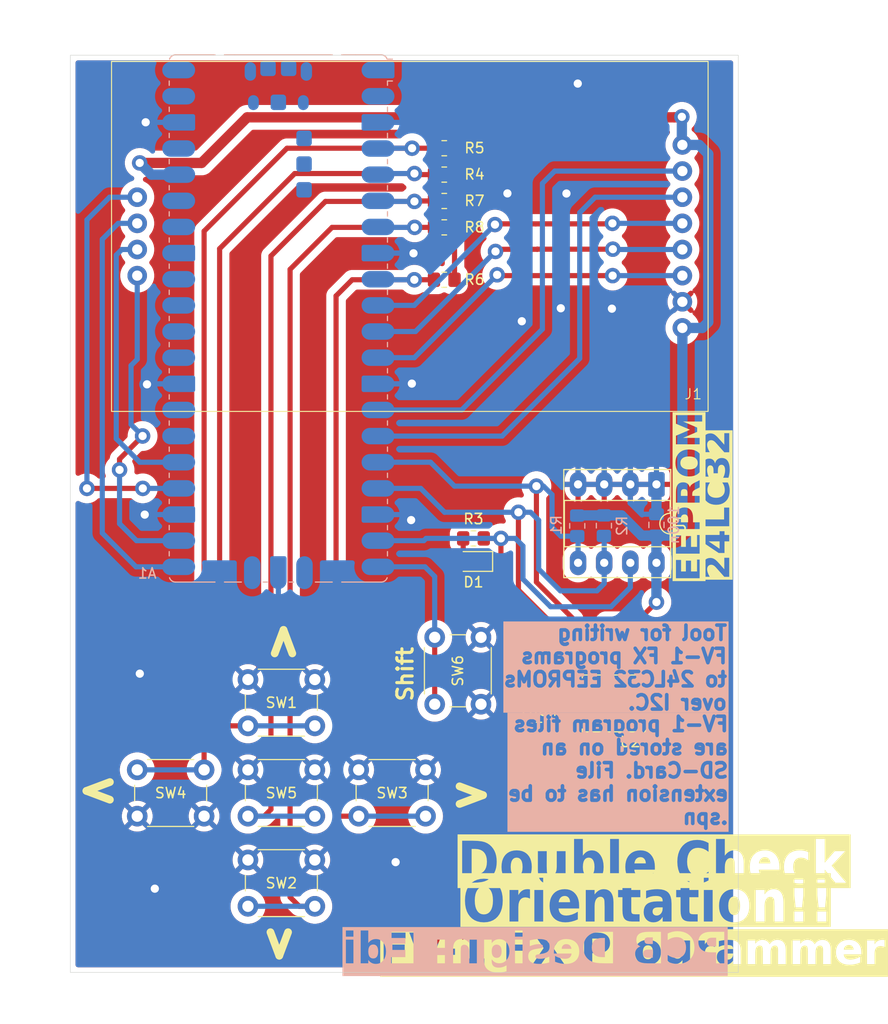
<source format=kicad_pcb>
(kicad_pcb (version 20241229) (generator "pcbnew") (generator_version "9.0")
  (layers (0 "F.Cu" signal) (2 "B.Cu" signal) (13 "F.Paste" user) (15 "B.Paste" user) (5 "F.SilkS" user "F.Silkscreen") (7 "B.SilkS" user "B.Silkscreen") (1 "F.Mask" user) (3 "B.Mask" user) (25 "Edge.Cuts" user))
  (net 0 "")
  (net 1 "/EEPROM_WP")
  (net 2 "/EEPROM_SDA")
  (net 4 "GND")
  (net 5 "/EEPROM_SCL")
  (net 9 "/btn_up")
  (net 12 "/SD_MISO")
  (net 14 "/SD_MOSI")
  (net 19 "/btn_right")
  (net 22 "/btn_select")
  (net 25 "/SD_SCK")
  (net 26 "/btn_down")
  (net 30 "+3V3")
  (net 31 "/btn_left")
  (net 34 "/TFT_A0")
  (net 35 "/SD_CS")
  (net 36 "/TFT_CS")
  (net 37 "/TFT_RST")
  (net 39 "/TFT_SCK")
  (net 40 "/TFT_MOSI")
  (net 42 "/btn_shift")
  (net 43 "Net-(D1-A)")
  (net 44 "/SPI_SCK")
  (footprint "Resistor_SMD:R_0805_2012Metric_Pad1.20x1.40mm_HandSolder" (layer "F.Cu") (at 180.1 29.76 180)
    (property "Reference" "R5")
    (property "Value" "4K7")
  )
  (footprint "Resistor_SMD:R_0805_2012Metric_Pad1.20x1.40mm_HandSolder" (layer "F.Cu") (at 180.1 37.45 180)
    (property "Reference" "R8")
    (property "Value" "4K7")
  )
  (footprint "Button_Switch_THT:SW_PUSH_6mm_H5mm" (layer "F.Cu") (at 179.17 83.78 90)
    (property "Reference" "SW6")
    (property "Value" "select")
  )
  (footprint "Button_Switch_THT:SW_PUSH_6mm_H5mm" (layer "F.Cu") (at 167.515 103.41 180)
    (property "Reference" "SW2")
    (property "Value" "Down")
  )
  (footprint "project_lib:TFT_with_SD" (layer "F.Cu") (at 205.75 55.33 180)
    (property "Reference" "J1")
    (property "Value" "TFT_SD")
  )
  (footprint "Package_DIP:DIP-8_W7.62mm_Socket_LongPads" (layer "F.Cu") (at 200.73 62.42 -90)
    (property "Reference" "U1")
    (property "Value" "24LC32")
  )
  (footprint "LED_SMD:LED_0805_2012Metric_Pad1.15x1.40mm_HandSolder" (layer "F.Cu") (at 182.94 69.91 180)
    (property "Reference" "D1")
    (property "Value" "LED")
  )
  (footprint "Resistor_SMD:R_0805_2012Metric_Pad1.20x1.40mm_HandSolder" (layer "F.Cu") (at 180.1 32.323333 180)
    (property "Reference" "R4")
    (property "Value" "4K7")
  )
  (footprint "Resistor_SMD:R_0805_2012Metric_Pad1.20x1.40mm_HandSolder" (layer "F.Cu") (at 180.1 34.886667 180)
    (property "Reference" "R7")
    (property "Value" "4K7")
  )
  (footprint "Allgemein:C_0805" (layer "F.Cu") (at 189.32 86.27)
    (property "Reference" "C2")
    (property "Value" "100n")
  )
  (footprint "Button_Switch_THT:SW_PUSH_6mm_H5mm" (layer "F.Cu") (at 156.75 94.655 180)
    (property "Reference" "SW4")
    (property "Value" "Left")
  )
  (footprint "Button_Switch_THT:SW_PUSH_6mm_H5mm" (layer "F.Cu") (at 178.28 94.655 180)
    (property "Reference" "SW3")
    (property "Value" "Right")
  )
  (footprint "Button_Switch_THT:SW_PUSH_6mm_H5mm" (layer "F.Cu") (at 167.515 85.88 180)
    (property "Reference" "SW1")
    (property "Value" "Up")
  )
  (footprint "Button_Switch_THT:SW_PUSH_6mm_H5mm" (layer "F.Cu") (at 167.515 94.655 180)
    (property "Reference" "SW5")
    (property "Value" "select")
  )
  (footprint "Resistor_SMD:R_0805_2012Metric_Pad1.20x1.40mm_HandSolder" (layer "F.Cu") (at 180.1 42.54 180)
    (property "Reference" "R6")
    (property "Value" "4K7")
  )
  (footprint "Resistor_SMD:R_0805_2012Metric_Pad1.20x1.40mm_HandSolder" (layer "F.Cu") (at 182.94 67.67 180)
    (property "Reference" "R3")
    (property "Value" "4K7")
  )
  (footprint "Package_SO:SOIC-8_5.3x5.3mm_P1.27mm" (layer "F.Cu") (at 196.28 83.7 180)
    (property "Reference" "U2")
    (property "Value" "24LC32")
  )
  (footprint "Allgemein:PCB_EDI_logo" (layer "B.Cu") (at 180.29 107.81 180)
    (property "Reference" "Ref**" (hide yes))
    (property "Value" "Val**" (hide yes))
  )
  (footprint "Resistor_SMD:R_0805_2012Metric_Pad1.20x1.40mm_HandSolder" (layer "B.Cu") (at 193.03 66.45 -90)
    (property "Reference" "R1")
    (property "Value" "4K7")
  )
  (footprint "Allgemein:C_0805" (layer "B.Cu") (at 200.73 66.3575 -90)
    (property "Reference" "C1")
    (property "Value" "100n")
  )
  (footprint "Resistor_SMD:R_0805_2012Metric_Pad1.20x1.40mm_HandSolder" (layer "B.Cu") (at 195.62 66.43 -90)
    (property "Reference" "R2")
    (property "Value" "4K7")
  )
  (footprint "Module:RaspberryPi_Pico_SMD" (layer "B.Cu") (at 163.97 46.3 180)
    (property "Reference" "A1")
    (property "Value" "RaspberryPi_Pico")
  )
  (gr_rect (start 143.75 20.72397) (end 208.69 109.84) (stroke (width 0.05)) (fill no) (layer "Edge.Cuts"))
  (gr_text ">" (at 164.265 107.07 270) (layer "F.SilkS") (effects (font (size 3 3) (thickness 0.75) (bold yes))))
  (gr_text "FV-1 FX Programmer" (at 173.82 109.54 0) (layer "F.SilkS" knockout) (effects (font (size 3 3) (thickness 0.3) (bold yes)) (justify left bottom)))
  (gr_text "Double Check" (at 181.39 101.8 0) (layer "F.SilkS" knockout) (effects (font (size 4 3.5) (thickness 0.3) (bold yes)) (justify left bottom)))
  (gr_text "24LC32" (at 208.23 71.678039 90) (layer "F.SilkS" knockout) (effects (font (size 2.5 2.5) (thickness 0.3) (bold yes)) (justify left bottom)))
  (gr_text "EEPROM" (at 205.6 71.86 90) (layer "F.SilkS" knockout) (effects (font (size 2.5 2.5) (thickness 0.3) (bold yes)) (justify left bottom)))
  (gr_text ">" (at 146.45 92.405 180) (layer "F.SilkS") (effects (font (size 3 3) (thickness 0.75) (bold yes))))
  (gr_text "Shift" (at 177.18 83.66 90) (layer "F.SilkS") (effects (font (size 1.5 1.5) (thickness 0.3) (bold yes)) (justify left bottom)))
  (gr_text "Orientation!!" (at 181.87 105.57 0) (layer "F.SilkS" knockout) (effects (font (size 4 3.5) (thickness 0.3) (bold yes)) (justify left bottom)))
  (gr_text ">" (at 164.265 77.7 90) (layer "F.SilkS") (effects (font (size 3 3) (thickness 0.75) (bold yes))))
  (gr_text ">" (at 182.73 92.405 0) (layer "F.SilkS") (effects (font (size 3 3) (thickness 0.75) (bold yes))))
  (gr_text "Tool for writing \nFV-1 FX programs \nto 24LC32 EEPROMs\nover I2C." (at 207.76 84.44 0) (layer "B.SilkS" knockout) (effects (font (size 1.4 1.4) (thickness 0.35) (bold yes)) (justify left bottom mirror)))
  (gr_text "FV-1 program files\nare stored on an \nSD-Card. File \nextension has to be\n.spn" (at 207.89 95.55 0) (layer "B.SilkS" knockout) (effects (font (size 1.4 1.4) (thickness 0.35) (bold yes)) (justify left bottom mirror)))
  (gr_text "PCB Design: Edi" (at 207.71 109.46 0) (layer "B.SilkS" knockout) (effects (font (size 3 3) (thickness 0.3) (bold yes)) (justify left bottom mirror)))
  (segment (start 185.61 67.6675) (end 183.9425 67.6675) (width 0.5) (layer "F.Cu") (net 1))
  (segment (start 185.61 74.11) (end 188.76 77.26) (width 0.5) (layer "F.Cu") (net 1))
  (segment (start 188.76 77.26) (end 188.76 83.36) (width 0.5) (layer "F.Cu") (net 1))
  (segment (start 185.61 67.6675) (end 185.61 74.11) (width 0.5) (layer "F.Cu") (net 1))
  (segment (start 188.76 83.36) (end 189.735 84.335) (width 0.5) (layer "F.Cu") (net 1))
  (segment (start 189.735 84.335) (end 192.6925 84.335) (width 0.5) (layer "F.Cu") (net 1))
  (segment (start 183.9425 67.6675) (end 183.94 67.67) (width 0.5) (layer "F.Cu") (net 1))
  (via (at 185.61 67.6675) (size 1.5) (drill 0.8) (layers "F.Cu" "B.Cu") (net 1))
  (segment (start 185.61 67.6675) (end 187.0075 67.6675) (width 0.5) (layer "B.Cu") (net 1))
  (segment (start 178.3325 67.6675) (end 178.11 67.89) (width 0.5) (layer "B.Cu") (net 1))
  (segment (start 198.19 72.43) (end 198.19 70.04) (width 0.5) (layer "B.Cu") (net 1))
  (segment (start 187.0075 67.6675) (end 187.75 68.41) (width 0.5) (layer "B.Cu") (net 1))
  (segment (start 196.31 74.31) (end 198.19 72.43) (width 0.5) (layer "B.Cu") (net 1))
  (segment (start 185.61 67.6675) (end 178.3325 67.6675) (width 0.5) (layer "B.Cu") (net 1))
  (segment (start 187.75 68.41) (end 187.75 71.62) (width 0.5) (layer "B.Cu") (net 1))
  (segment (start 178.11 67.89) (end 173.66 67.89) (width 0.5) (layer "B.Cu") (net 1))
  (segment (start 190.44 74.31) (end 196.31 74.31) (width 0.5) (layer "B.Cu") (net 1))
  (segment (start 173.88 67.67) (end 173.66 67.89) (width 0.5) (layer "B.Cu") (net 1))
  (segment (start 187.75 71.62) (end 190.44 74.31) (width 0.5) (layer "B.Cu") (net 1))
  (segment (start 192.6925 75.5425) (end 189.06 71.91) (width 0.5) (layer "F.Cu") (net 2))
  (segment (start 189.06 71.91) (end 189.06 62.59) (width 0.5) (layer "F.Cu") (net 2))
  (segment (start 192.6925 81.795) (end 192.6925 75.5425) (width 0.5) (layer "F.Cu") (net 2))
  (via (at 189.06 62.59) (size 1.5) (drill 0.8) (layers "F.Cu" "B.Cu") (net 2))
  (segment (start 193.11 70.04) (end 193.11 67.53) (width 0.5) (layer "B.Cu") (net 2))
  (segment (start 189.75 62.59) (end 190.58 63.42) (width 0.5) (layer "B.Cu") (net 2))
  (segment (start 189.06 62.59) (end 189.75 62.59) (width 0.5) (layer "B.Cu") (net 2))
  (segment (start 190.58 66.59) (end 191.44 67.45) (width 0.5) (layer "B.Cu") (net 2))
  (segment (start 191.44 67.45) (end 193.03 67.45) (width 0.5) (layer "B.Cu") (net 2))
  (segment (start 190.58 63.42) (end 190.58 66.59) (width 0.5) (layer "B.Cu") (net 2))
  (segment (start 181.09 62.59) (end 189.06 62.59) (width 0.5) (layer "B.Cu") (net 2))
  (segment (start 178.77 60.27) (end 173.66 60.27) (width 0.5) (layer "B.Cu") (net 2))
  (segment (start 181.09 62.59) (end 178.77 60.27) (width 0.5) (layer "B.Cu") (net 2))
  (segment (start 193.11 67.53) (end 193.03 67.45) (width 0.5) (layer "B.Cu") (net 2))
  (via (at 186.24 34.15) (size 1.5) (drill 0.8) (layers "F.Cu" "B.Cu") (net 4))
  (via (at 196.4 45.35) (size 1.5) (drill 0.8) (layers "F.Cu" "B.Cu") (net 4))
  (via (at 151.2 52.7) (size 1.5) (drill 0.8) (layers "F.Cu" "B.Cu") (net 4))
  (via (at 176.95 52.63) (size 1.5) (drill 0.8) (layers "F.Cu" "B.Cu") (net 4))
  (via (at 150.98 65.36) (size 1.5) (drill 0.8) (layers "F.Cu" "B.Cu") (net 4))
  (via (at 150.5 80.81) (size 1.5) (drill 0.8) (layers "F.Cu" "B.Cu") (net 4))
  (via (at 176.88 65.89) (size 1.5) (drill 0.8) (layers "F.Cu" "B.Cu") (net 4))
  (via (at 191.98 34.16) (size 1.5) (drill 0.8) (layers "F.Cu" "B.Cu") (net 4))
  (via (at 187.64 46.57) (size 1.5) (drill 0.8) (layers "F.Cu" "B.Cu") (net 4))
  (via (at 193.08 23.48) (size 1.5) (drill 0.8) (layers "F.Cu" "B.Cu") (net 4))
  (via (at 151.96 101.7) (size 1.5) (drill 0.8) (layers "F.Cu" "B.Cu") (net 4))
  (via (at 151.07 27.24) (size 1.5) (drill 0.8) (layers "F.Cu" "B.Cu") (net 4))
  (via (at 175.37 99.12) (size 1.5) (drill 0.8) (layers "F.Cu" "B.Cu") (net 4))
  (via (at 177.11 39.97) (size 1.5) (drill 0.8) (layers "F.Cu" "B.Cu") (net 4))
  (via (at 191.43 45.31) (size 1.5) (drill 0.8) (layers "F.Cu" "B.Cu") (net 4))
  (segment (start 150.99 65.35) (end 150.98 65.36) (width 0.5) (layer "B.Cu") (net 4))
  (segment (start 154.28 52.65) (end 151.25 52.65) (width 0.5) (layer "B.Cu") (net 4))
  (segment (start 177.09 39.95) (end 177.11 39.97) (width 0.5) (layer "B.Cu") (net 4))
  (segment (start 151.08 27.25) (end 151.07 27.24) (width 0.5) (layer "B.Cu") (net 4))
  (segment (start 200.73 65.32) (end 200.73 62.42) (width 1) (layer "B.Cu") (net 4))
  (segment (start 163.97 74.63) (end 167.28 77.94) (width 0.5) (layer "B.Cu") (net 4))
  (segment (start 154.28 65.35) (end 150.99 65.35) (width 0.5) (layer "B.Cu") (net 4))
  (segment (start 173.66 39.95) (end 177.09 39.95) (width 0.5) (layer "B.Cu") (net 4))
  (segment (start 176.34 65.35) (end 176.88 65.89) (width 0.5) (layer "B.Cu") (net 4))
  (segment (start 176.93 52.65) (end 176.95 52.63) (width 0.5) (layer "B.Cu") (net 4))
  (segment (start 151.25 52.65) (end 151.2 52.7) (width 0.5) (layer "B.Cu") (net 4))
  (segment (start 173.66 52.65) (end 176.93 52.65) (width 0.5) (layer "B.Cu") (net 4))
  (segment (start 163.97 70.2) (end 163.97 74.63) (width 0.5) (layer "B.Cu") (net 4))
  (segment (start 173.66 65.35) (end 176.34 65.35) (width 0.5) (layer "B.Cu") (net 4))
  (segment (start 154.28 27.25) (end 151.08 27.25) (width 0.5) (layer "B.Cu") (net 4))
  (segment (start 190.49 82.63) (end 190.49 75.87) (width 0.5) (layer "F.Cu") (net 5))
  (segment (start 190.49 75.87) (end 187.31 72.69) (width 0.5) (layer "F.Cu") (net 5))
  (segment (start 187.31 72.69) (end 187.31 65.13) (width 0.5) (layer "F.Cu") (net 5))
  (segment (start 192.6925 83.065) (end 190.925 83.065) (width 0.5) (layer "F.Cu") (net 5))
  (segment (start 190.925 83.065) (end 190.49 82.63) (width 0.5) (layer "F.Cu") (net 5))
  (via (at 187.31 65.13) (size 1.5) (drill 0.8) (layers "F.Cu" "B.Cu") (net 5))
  (segment (start 195.65 67.46) (end 195.62 67.43) (width 0.5) (layer "B.Cu") (net 5))
  (segment (start 195.65 70.04) (end 195.65 67.46) (width 0.5) (layer "B.Cu") (net 5))
  (segment (start 189.28 70.65) (end 191.39 72.76) (width 0.5) (layer "B.Cu") (net 5))
  (segment (start 177.81 62.81) (end 173.66 62.81) (width 0.5) (layer "B.Cu") (net 5))
  (segment (start 191.39 72.76) (end 194.95 72.76) (width 0.5) (layer "B.Cu") (net 5))
  (segment (start 188.5 65.13) (end 189.28 65.91) (width 0.5) (layer "B.Cu") (net 5))
  (segment (start 180.13 65.13) (end 177.81 62.81) (width 0.5) (layer "B.Cu") (net 5))
  (segment (start 180.13 65.13) (end 187.31 65.13) (width 0.5) (layer "B.Cu") (net 5))
  (segment (start 195.65 72.06) (end 195.65 70.04) (width 0.5) (layer "B.Cu") (net 5))
  (segment (start 194.95 72.76) (end 195.65 72.06) (width 0.5) (layer "B.Cu") (net 5))
  (segment (start 187.31 65.13) (end 188.5 65.13) (width 0.5) (layer "B.Cu") (net 5))
  (segment (start 189.28 65.91) (end 189.28 70.65) (width 0.5) (layer "B.Cu") (net 5))
  (segment (start 177.303333 32.323333) (end 177.2 32.22) (width 0.5) (layer "F.Cu") (net 9))
  (segment (start 179.1 32.323333) (end 177.303333 32.323333) (width 0.5) (layer "F.Cu") (net 9))
  (segment (start 159.29 85.88) (end 158.26 84.85) (width 0.5) (layer "F.Cu") (net 9))
  (segment (start 165.56 32.22) (end 177.2 32.22) (width 0.5) (layer "F.Cu") (net 9))
  (segment (start 158.26 84.85) (end 158.26 39.52) (width 0.5) (layer "F.Cu") (net 9))
  (segment (start 158.26 39.52) (end 165.56 32.22) (width 0.5) (layer "F.Cu") (net 9))
  (segment (start 160.78 85.88) (end 159.29 85.88) (width 0.5) (layer "F.Cu") (net 9))
  (via (at 177.2 32.22) (size 1.5) (drill 0.8) (layers "F.Cu" "B.Cu") (net 9))
  (segment (start 173.77 32.22) (end 173.66 32.33) (width 0.5) (layer "B.Cu") (net 9))
  (segment (start 177.2 32.22) (end 173.77 32.22) (width 0.5) (layer "B.Cu") (net 9))
  (segment (start 161.015 85.88) (end 167.515 85.88) (width 0.5) (layer "B.Cu") (net 9))
  (segment (start 146.85 38.61) (end 148.4 37.06) (width 0.5) (layer "B.Cu") (net 12))
  (segment (start 146.85 67.15) (end 146.85 38.61) (width 0.5) (layer "B.Cu") (net 12))
  (segment (start 148.4 37.06) (end 150.25 37.06) (width 0.5) (layer "B.Cu") (net 12))
  (segment (start 150.13 70.43) (end 146.85 67.15) (width 0.5) (layer "B.Cu") (net 12))
  (segment (start 154.28 70.43) (end 150.13 70.43) (width 0.5) (layer "B.Cu") (net 12))
  (segment (start 150.5 60.27) (end 154.28 60.27) (width 0.5) (layer "B.Cu") (net 14))
  (segment (start 148.21 57.98) (end 150.5 60.27) (width 0.5) (layer "B.Cu") (net 14))
  (segment (start 148.21 40.14) (end 148.21 57.98) (width 0.5) (layer "B.Cu") (net 14))
  (segment (start 150.25 39.6) (end 148.75 39.6) (width 0.5) (layer "B.Cu") (net 14))
  (segment (start 148.75 39.6) (end 148.21 40.14) (width 0.5) (layer "B.Cu") (net 14))
  (segment (start 171.78 94.655) (end 169.975 94.655) (width 0.5) (layer "F.Cu") (net 19))
  (segment (start 169.975 94.655) (end 169.58 94.26) (width 0.5) (layer "F.Cu") (net 19))
  (segment (start 169.58 44.11) (end 171.15 42.54) (width 0.5) (layer "F.Cu") (net 19))
  (segment (start 171.15 42.54) (end 177.19 42.54) (width 0.5) (layer "F.Cu") (net 19))
  (segment (start 179.1 42.54) (end 177.19 42.54) (width 0.5) (layer "F.Cu") (net 19))
  (segment (start 169.58 94.26) (end 169.58 44.11) (width 0.5) (layer "F.Cu") (net 19))
  (via (at 177.19 42.54) (size 1.5) (drill 0.8) (layers "F.Cu" "B.Cu") (net 19))
  (segment (start 171.78 94.655) (end 178.28 94.655) (width 0.5) (layer "B.Cu") (net 19))
  (segment (start 173.71 42.54) (end 173.66 42.49) (width 0.5) (layer "B.Cu") (net 19))
  (segment (start 177.19 42.54) (end 173.71 42.54) (width 0.5) (layer "B.Cu") (net 19))
  (segment (start 163.25 94) (end 163.25 40.23) (width 0.5) (layer "F.Cu") (net 22))
  (segment (start 161.015 94.655) (end 162.595 94.655) (width 0.5) (layer "F.Cu") (net 22))
  (segment (start 168.55 34.93) (end 177.2 34.93) (width 0.5) (layer "F.Cu") (net 22))
  (segment (start 162.595 94.655) (end 163.25 94) (width 0.5) (layer "F.Cu") (net 22))
  (segment (start 163.25 40.23) (end 168.55 34.93) (width 0.5) (layer "F.Cu") (net 22))
  (segment (start 179.1 34.886667) (end 177.243333 34.886667) (width 0.5) (layer "F.Cu") (net 22))
  (segment (start 177.243333 34.886667) (end 177.2 34.93) (width 0.5) (layer "F.Cu") (net 22))
  (via (at 177.2 34.93) (size 1.5) (drill 0.8) (layers "F.Cu" "B.Cu") (net 22))
  (segment (start 177.2 34.93) (end 173.72 34.93) (width 0.5) (layer "B.Cu") (net 22))
  (segment (start 161.015 94.655) (end 167.515 94.655) (width 0.5) (layer "B.Cu") (net 22))
  (segment (start 173.72 34.93) (end 173.66 34.87) (width 0.5) (layer "B.Cu") (net 22))
  (segment (start 145.36 62.81) (end 150.79 62.81) (width 0.5) (layer "F.Cu") (net 25))
  (via (at 145.36 62.81) (size 1.5) (drill 0.8) (layers "F.Cu" "B.Cu") (net 25))
  (via (at 150.79 62.81) (size 1.5) (drill 0.8) (layers "F.Cu" "B.Cu") (net 25))
  (segment (start 145.36 62.81) (end 145.36 36.72) (width 0.5) (layer "B.Cu") (net 25))
  (segment (start 147.56 34.52) (end 150.25 34.52) (width 0.5) (layer "B.Cu") (net 25))
  (segment (start 145.36 36.72) (end 147.56 34.52) (width 0.5) (layer "B.Cu") (net 25))
  (segment (start 150.79 62.81) (end 154.28 62.81) (width 0.5) (layer "B.Cu") (net 25))
  (segment (start 169.19 37.45) (end 177.22 37.45) (width 0.5) (layer "F.Cu") (net 26))
  (segment (start 165.11 102.52) (end 165.11 41.53) (width 0.5) (layer "F.Cu") (net 26))
  (segment (start 166 103.41) (end 165.11 102.52) (width 0.5) (layer "F.Cu") (net 26))
  (segment (start 165.11 41.53) (end 169.19 37.45) (width 0.5) (layer "F.Cu") (net 26))
  (segment (start 167.515 103.41) (end 166 103.41) (width 0.5) (layer "F.Cu") (net 26))
  (segment (start 179.1 37.45) (end 177.22 37.45) (width 0.5) (layer "F.Cu") (net 26))
  (via (at 177.22 37.45) (size 1.5) (drill 0.8) (layers "F.Cu" "B.Cu") (net 26))
  (segment (start 167.515 103.41) (end 161.015 103.41) (width 0.5) (layer "B.Cu") (net 26))
  (segment (start 173.7 37.45) (end 173.66 37.41) (width 0.5) (layer "B.Cu") (net 26))
  (segment (start 177.22 37.45) (end 173.7 37.45) (width 0.5) (layer "B.Cu") (net 26))
  (segment (start 193.995 85.605) (end 192.6925 85.605) (width 0.5) (layer "F.Cu") (net 30))
  (segment (start 195.8 75.71) (end 194.62 76.89) (width 0.5) (layer "F.Cu") (net 30))
  (segment (start 181.1 42.54) (end 181.1 37.45) (width 0.5) (layer "F.Cu") (net 30))
  (segment (start 194.62 84.98) (end 193.995 85.605) (width 0.5) (layer "F.Cu") (net 30))
  (segment (start 194.62 76.89) (end 194.62 84.98) (width 0.5) (layer "F.Cu") (net 30))
  (segment (start 160.94 26.76) (end 181.19 26.76) (width 1) (layer "F.Cu") (net 30))
  (segment (start 156.51 31.19) (end 160.94 26.76) (width 1) (layer "F.Cu") (net 30))
  (segment (start 191.725 85.605) (end 191.06 86.27) (width 0.5) (layer "F.Cu") (net 30))
  (segment (start 200.73 73.86) (end 198.88 75.71) (width 0.5) (layer "F.Cu") (net 30))
  (segment (start 198.88 75.71) (end 195.8 75.71) (width 0.5) (layer "F.Cu") (net 30))
  (segment (start 181.1 29.76) (end 181.1 32.323333) (width 0.5) (layer "F.Cu") (net 30))
  (segment (start 192.6925 85.605) (end 191.725 85.605) (width 0.5) (layer "F.Cu") (net 30))
  (segment (start 191.06 86.27) (end 190.3575 86.27) (width 0.5) (layer "F.Cu") (net 30))
  (segment (start 181.19 26.76) (end 202.45 26.76) (width 1) (layer "F.Cu") (net 30))
  (segment (start 181.1 29.76) (end 181.1 26.85) (width 0.5) (layer "F.Cu") (net 30))
  (segment (start 202.45 26.76) (end 203.15 26.76) (width 1) (layer "F.Cu") (net 30))
  (segment (start 181.1 37.45) (end 181.1 34.886667) (width 0.5) (layer "F.Cu") (net 30))
  (segment (start 181.1 34.886667) (end 181.1 32.323333) (width 0.5) (layer "F.Cu") (net 30))
  (segment (start 181.1 26.85) (end 181.19 26.76) (width 0.5) (layer "F.Cu") (net 30))
  (segment (start 203.15 26.76) (end 203.2 26.71) (width 1) (layer "F.Cu") (net 30))
  (segment (start 150.49 31.19) (end 156.51 31.19) (width 1) (layer "F.Cu") (net 30))
  (via (at 150.49 31.19) (size 1.5) (drill 0.8) (layers "F.Cu" "B.Cu") (net 30))
  (via (at 203.2 26.71) (size 1.5) (drill 0.8) (layers "F.Cu" "B.Cu") (net 30))
  (via (at 200.73 73.86) (size 1.5) (drill 0.8) (layers "F.Cu" "B.Cu") (net 30))
  (segment (start 151.63 32.33) (end 150.49 31.19) (width 1) (layer "B.Cu") (net 30))
  (segment (start 205.77 46.64) (end 205.19 47.22) (width 1) (layer "B.Cu") (net 30))
  (segment (start 199.29 67.395) (end 197.325 65.43) (width 1) (layer "B.Cu") (net 30))
  (segment (start 200.73 67.395) (end 199.29 67.395) (width 1) (layer "B.Cu") (net 30))
  (segment (start 193.05 65.43) (end 193.03 65.45) (width 1) (layer "B.Cu") (net 30))
  (segment (start 203.25 66.53) (end 202.385 67.395) (width 1) (layer "B.Cu") (net 30))
  (segment (start 203.2 29.39) (end 203.25 29.44) (width 1) (layer "B.Cu") (net 30))
  (segment (start 195.62 65.43) (end 193.05 65.43) (width 1) (layer "B.Cu") (net 30))
  (segment (start 204.88 29.44) (end 205.77 30.33) (width 1) (layer "B.Cu") (net 30))
  (segment (start 202.385 67.395) (end 200.73 67.395) (width 1) (layer "B.Cu") (net 30))
  (segment (start 203.25 47.22) (end 203.25 66.53) (width 1) (layer "B.Cu") (net 30))
  (segment (start 205.77 30.33) (end 205.77 46.64) (width 1) (layer "B.Cu") (net 30))
  (segment (start 200.73 73.86) (end 200.73 70.04) (width 1) (layer "B.Cu") (net 30))
  (segment (start 197.325 65.43) (end 195.62 65.43) (width 1) (layer "B.Cu") (net 30))
  (segment (start 154.28 32.33) (end 151.63 32.33) (width 1) (layer "B.Cu") (net 30))
  (segment (start 203.2 26.71) (end 203.2 29.39) (width 1) (layer "B.Cu") (net 30))
  (segment (start 203.25 29.44) (end 204.88 29.44) (width 1) (layer "B.Cu") (net 30))
  (segment (start 200.73 67.395) (end 200.73 70.04) (width 1) (layer "B.Cu") (net 30))
  (segment (start 205.19 47.22) (end 203.25 47.22) (width 1) (layer "B.Cu") (net 30))
  (segment (start 176.97 29.76) (end 164.81 29.76) (width 0.5) (layer "F.Cu") (net 31))
  (segment (start 164.81 29.76) (end 156.75 37.82) (width 0.5) (layer "F.Cu") (net 31))
  (segment (start 156.75 90.155) (end 156.75 37.82) (width 0.5) (layer "F.Cu") (net 31))
  (segment (start 179.1 29.76) (end 176.97 29.76) (width 0.5) (layer "F.Cu") (net 31))
  (via (at 176.97 29.76) (size 1.5) (drill 0.8) (layers "F.Cu" "B.Cu") (net 31))
  (segment (start 173.69 29.76) (end 173.66 29.79) (width 0.5) (layer "B.Cu") (net 31))
  (segment (start 176.97 29.76) (end 173.69 29.76) (width 0.5) (layer "B.Cu") (net 31))
  (segment (start 150.25 90.155) (end 156.75 90.155) (width 0.5) (layer "B.Cu") (net 31))
  (segment (start 189 37.11) (end 196.4 37.11) (width 0.5) (layer "F.Cu") (net 34))
  (segment (start 196.4 37.11) (end 196.45 37.06) (width 0.5) (layer "F.Cu") (net 34))
  (segment (start 188.99 37.12) (end 189 37.11) (width 0.5) (layer "F.Cu") (net 34))
  (segment (start 188.98 37.12) (end 188.99 37.12) (width 0.5) (layer "F.Cu") (net 34))
  (segment (start 188.97 37.11) (end 188.98 37.12) (width 0.5) (layer "F.Cu") (net 34))
  (segment (start 185.03 37.18) (end 185.1 37.11) (width 0.5) (layer "F.Cu") (net 34))
  (segment (start 185.1 37.11) (end 188.97 37.11) (width 0.5) (layer "F.Cu") (net 34))
  (via (at 196.45 37.06) (size 1.5) (drill 0.8) (layers "F.Cu" "B.Cu") (net 34))
  (via (at 185.03 37.18) (size 1.5) (drill 0.8) (layers "F.Cu" "B.Cu") (net 34))
  (segment (start 177.18 45.03) (end 173.66 45.03) (width 0.5) (layer "B.Cu") (net 34))
  (segment (start 196.45 37.06) (end 203.25 37.06) (width 0.5) (layer "B.Cu") (net 34))
  (segment (start 185.03 37.18) (end 177.18 45.03) (width 0.5) (layer "B.Cu") (net 34))
  (segment (start 148.53 59.96) (end 150.77 57.72) (width 0.5) (layer "F.Cu") (net 35))
  (segment (start 148.53 61.01) (end 148.53 59.96) (width 0.5) (layer "F.Cu") (net 35))
  (via (at 150.77 57.72) (size 1.5) (drill 0.8) (layers "F.Cu" "B.Cu") (net 35))
  (via (at 148.53 61.01) (size 1.5) (drill 0.8) (layers "F.Cu" "B.Cu") (net 35))
  (segment (start 149.65 50.87) (end 150.25 50.27) (width 0.5) (layer "B.Cu") (net 35))
  (segment (start 154.28 67.89) (end 150.18 67.89) (width 0.5) (layer "B.Cu") (net 35))
  (segment (start 150.25 50.27) (end 150.25 42.14) (width 0.5) (layer "B.Cu") (net 35))
  (segment (start 149.65 56.6) (end 149.65 50.87) (width 0.5) (layer "B.Cu") (net 35))
  (segment (start 150.18 67.89) (end 149.25 66.96) (width 0.5) (layer "B.Cu") (net 35))
  (segment (start 150.77 57.72) (end 149.65 56.6) (width 0.5) (layer "B.Cu") (net 35))
  (segment (start 149.25 66.96) (end 148.53 66.24) (width 0.5) (layer "B.Cu") (net 35))
  (segment (start 148.53 66.24) (end 148.53 61.01) (width 0.5) (layer "B.Cu") (net 35))
  (segment (start 185.32 42.14) (end 196.47 42.14) (width 0.5) (layer "F.Cu") (net 36))
  (segment (start 185.24 42.06) (end 185.32 42.14) (width 0.5) (layer "F.Cu") (net 36))
  (via (at 185.24 42.06) (size 1.5) (drill 0.8) (layers "F.Cu" "B.Cu") (net 36))
  (via (at 196.47 42.14) (size 1.5) (drill 0.8) (layers "F.Cu" "B.Cu") (net 36))
  (segment (start 196.47 42.14) (end 203.25 42.14) (width 0.5) (layer "B.Cu") (net 36))
  (segment (start 185.24 42.06) (end 177.19 50.11) (width 0.5) (layer "B.Cu") (net 36))
  (segment (start 177.19 50.11) (end 173.66 50.11) (width 0.5) (layer "B.Cu") (net 36))
  (segment (start 189.15 39.57) (end 196.49 39.57) (width 0.5) (layer "F.Cu") (net 37))
  (segment (start 189.14 39.58) (end 189.15 39.57) (width 0.5) (layer "F.Cu") (net 37))
  (segment (start 185.08 39.79) (end 185.29 39.58) (width 0.5) (layer "F.Cu") (net 37))
  (segment (start 185.29 39.58) (end 189.14 39.58) (width 0.5) (layer "F.Cu") (net 37))
  (via (at 196.49 39.57) (size 1.5) (drill 0.8) (layers "F.Cu" "B.Cu") (net 37))
  (via (at 185.08 39.79) (size 1.5) (drill 0.8) (layers "F.Cu" "B.Cu") (net 37))
  (segment (start 196.99 39.6) (end 203.25 39.6) (width 0.5) (layer "B.Cu") (net 37))
  (segment (start 196.96 39.57) (end 196.99 39.6) (width 0.5) (layer "B.Cu") (net 37))
  (segment (start 185.08 39.79) (end 177.3 47.57) (width 0.5) (layer "B.Cu") (net 37))
  (segment (start 177.3 47.57) (end 173.66 47.57) (width 0.5) (layer "B.Cu") (net 37))
  (segment (start 196.49 39.57) (end 196.96 39.57) (width 0.5) (layer "B.Cu") (net 37))
  (segment (start 190.84 31.98) (end 203.25 31.98) (width 0.5) (layer "B.Cu") (net 39))
  (segment (start 181.79 55.19) (end 189.64 47.34) (width 0.5) (layer "B.Cu") (net 39))
  (segment (start 189.64 33.18) (end 190.84 31.98) (width 0.5) (layer "B.Cu") (net 39))
  (segment (start 173.66 55.19) (end 181.79 55.19) (width 0.5) (layer "B.Cu") (net 39))
  (segment (start 189.64 47.34) (end 189.64 33.18) (width 0.5) (layer "B.Cu") (net 39))
  (segment (start 173.66 57.73) (end 185.72 57.73) (width 0.5) (layer "B.Cu") (net 40))
  (segment (start 185.72 57.73) (end 193.27 50.18) (width 0.5) (layer "B.Cu") (net 40))
  (segment (start 194.77 34.52) (end 203.25 34.52) (width 0.5) (layer "B.Cu") (net 40))
  (segment (start 193.27 50.18) (end 193.27 36.02) (width 0.5) (layer "B.Cu") (net 40))
  (segment (start 193.27 36.02) (end 194.77 34.52) (width 0.5) (layer "B.Cu") (net 40))
  (segment (start 179.17 83.78) (end 179.17 77.28) (width 0.5) (layer "F.Cu") (net 42))
  (segment (start 179.17 71.37) (end 179.17 77.28) (width 0.5) (layer "B.Cu") (net 42))
  (segment (start 173.66 70.43) (end 178.23 70.43) (width 0.5) (layer "B.Cu") (net 42))
  (segment (start 178.23 70.43) (end 179.17 71.37) (width 0.5) (layer "B.Cu") (net 42))
  (segment (start 181.94 67.67) (end 181.94 69.885) (width 0.5) (layer "F.Cu") (net 43))
  (segment (start 181.94 69.885) (end 181.915 69.91) (width 0.5) (layer "F.Cu") (net 43))
  (zone (net 4) (net_name "GND") (layers "F.Cu" "B.Cu") (connect_pads (clearance 0.7)) (min_thickness 0.5) (fill yes (thermal_gap 0.5) (thermal_bridge_width 0.5))
    (polygon (pts (xy 212.62 17.22) (xy 215.698816 113.165725) (xy 136.907404 114.860487) (xy 137.27 15.36)))
  )
  (zone (net 0) (net_name "") (layer "B.Cu") (connect_pads (clearance 0)) (min_thickness 0.25)
    (keepout (tracks not_allowed) (vias not_allowed) (pads allowed) (copperpour not_allowed) (footprints allowed))
    (fill (thermal_gap 0.5) (thermal_bridge_width 0.5))
    (polygon (pts (xy 156.19 20.61) (xy 156.19 69.57) (xy 156.42 69.8) (xy 171.77 69.8) (xy 171.48 20.69)))
  )
)
</source>
